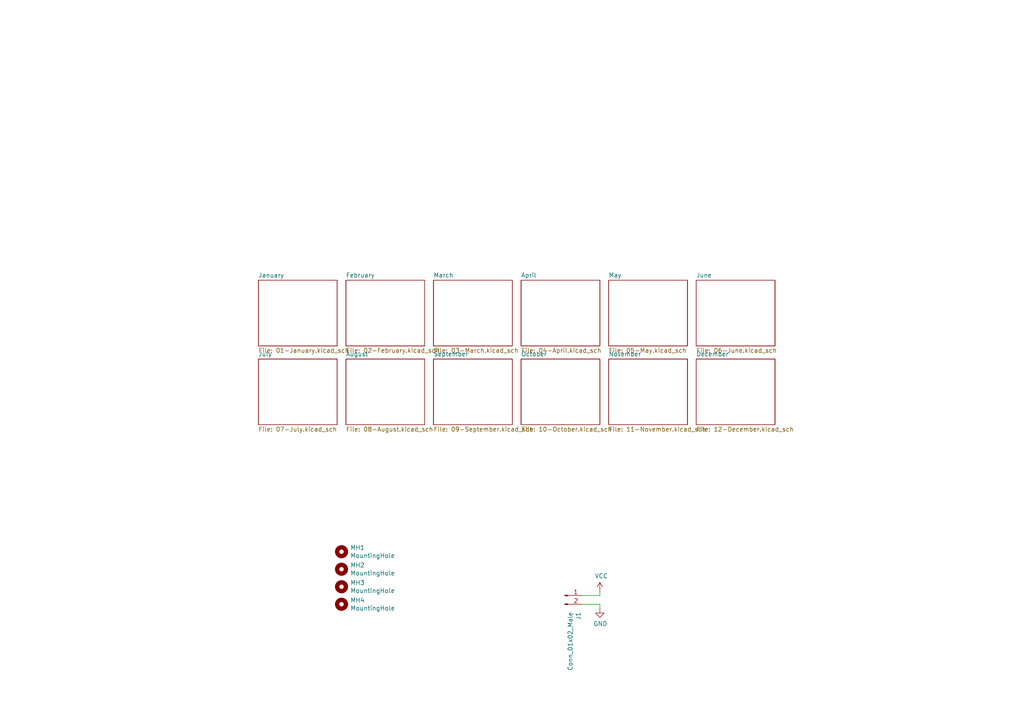
<source format=kicad_sch>
(kicad_sch (version 20231120) (generator "eeschema") (generator_version "8.0")
  (paper "A4")
  (lib_symbols
    (symbol "Mechanical:MountingHole" (pin_names (offset 1.016)) (exclude_from_sim yes) (in_bom no)
      (property "Reference" "H" (at 0 5.08 0))
      (property "Value" "MountingHole" (at 0 3.175 0))
      (symbol "MountingHole_0_1"
        (circle (center 0 0) (radius 1.27) (stroke (width 1.27)))
      )
    )
    (symbol "motivational board-rescue:Conn_01x02_Male-Connector" (pin_names (offset 1.016) hide)
      (property "Reference" "J" (at 0 2.54 0))
      (property "Value" "Connector_Conn_01x02_Male" (at 0 -5.08 0))
      (symbol "Conn_01x02_Male-Connector_1_1"
        (polyline (pts (xy 1.27 -2.54) (xy 0.8636 -2.54)) (stroke (width 0.1524)))
        (polyline (pts (xy 1.27 0) (xy 0.8636 0)) (stroke (width 0.1524)))
        (rectangle (start 0.8636 -2.413) (end 0 -2.667) (stroke (width 0.1524)) (fill (type outline)))
        (rectangle (start 0.8636 0.127) (end 0 -0.127) (stroke (width 0.1524)) (fill (type outline)))
        (pin passive line (at 5.08 0 180) (length 3.81) (name "Pin_1") (number "1"))
        (pin passive line (at 5.08 -2.54 180) (length 3.81) (name "Pin_2") (number "2"))
      )
    )
    (symbol "motivational board-rescue:GND-power" (power) (pin_names (offset 0))
      (property "Value" "power_GND" (at 0 -3.81 0))
      (symbol "GND-power_0_1"
        (polyline (pts (xy 0 0) (xy 0 -1.27) (xy 1.27 -1.27) (xy 0 -2.54) (xy -1.27 -1.27) (xy 0 -1.27)))
      )
      (symbol "GND-power_1_1"
        (pin power_in line (at 0 0 270) (length 0) hide (name "GND") (number "1"))
      )
    )
    (symbol "motivational board-rescue:VCC-power" (power) (pin_names (offset 0))
      (property "Value" "power_VCC" (at 0 3.81 0))
      (symbol "VCC-power_0_1"
        (polyline (pts (xy -0.762 1.27) (xy 0 2.54)))
        (polyline (pts (xy 0 0) (xy 0 2.54)))
        (polyline (pts (xy 0 2.54) (xy 0.762 1.27)))
      )
      (symbol "VCC-power_1_1"
        (pin power_in line (at 0 0 90) (length 0) hide (name "VCC") (number "1"))
      )
    )
  )
  (wire (pts (xy 173.99 175.26) (xy 168.91 175.26)))
  (wire (pts (xy 173.99 171.45) (xy 173.99 172.72)))
  (wire (pts (xy 173.99 172.72) (xy 168.91 172.72)))
  (wire (pts (xy 173.99 176.53) (xy 173.99 175.26)))
  (symbol (lib_id "motivational board-rescue:Conn_01x02_Male-Connector") (at 163.83 172.72 0) (unit 1)
    (property "Reference" "J1" (at 167.7162 177.4698 90) (effects (justify right)))
    (property "Value" "Conn_01x02_Male" (at 165.4048 177.4698 90) (effects (justify right)))
    (property "Footprint" "Connectors_Terminal_Blocks:TerminalBlock_Altech_AK300-2_P5.00mm" (effects (hide yes)))
  )
  (symbol (lib_id "motivational board-rescue:VCC-power") (at 173.99 171.45 0) (unit 1)
    (property "Reference" "#PWR01" (effects (hide yes)))
    (property "Value" "VCC" (at 174.4218 167.0558 0))
  )
  (symbol (lib_id "motivational board-rescue:GND-power") (at 173.99 176.53 0) (unit 1)
    (property "Reference" "#PWR02" (effects (hide yes)))
    (property "Value" "GND" (at 174.117 180.9242 0))
  )
  (symbol (lib_id "Mechanical:MountingHole") (at 99.06 160.02 0) (unit 1)
    (property "Reference" "MH1" (at 101.6 158.8516 0) (effects (justify left)))
    (property "Value" "MountingHole" (at 101.6 161.163 0) (effects (justify left)))
    (property "Footprint" "Mounting_Holes:MountingHole_4.3mm_M4_ISO7380" (effects (hide yes)))
  )
  (symbol (lib_id "Mechanical:MountingHole") (at 99.06 165.1 0) (unit 1)
    (property "Reference" "MH2" (at 101.6 163.9316 0) (effects (justify left)))
    (property "Value" "MountingHole" (at 101.6 166.243 0) (effects (justify left)))
    (property "Footprint" "Mounting_Holes:MountingHole_4.3mm_M4_ISO7380" (effects (hide yes)))
  )
  (symbol (lib_id "Mechanical:MountingHole") (at 99.06 170.18 0) (unit 1)
    (property "Reference" "MH3" (at 101.6 169.0116 0) (effects (justify left)))
    (property "Value" "MountingHole" (at 101.6 171.323 0) (effects (justify left)))
    (property "Footprint" "Mounting_Holes:MountingHole_4.3mm_M4_ISO7380" (effects (hide yes)))
  )
  (symbol (lib_id "Mechanical:MountingHole") (at 99.06 175.26 0) (unit 1)
    (property "Reference" "MH4" (at 101.6 174.0916 0) (effects (justify left)))
    (property "Value" "MountingHole" (at 101.6 176.403 0) (effects (justify left)))
    (property "Footprint" "Mounting_Holes:MountingHole_4.3mm_M4_ISO7380" (effects (hide yes)))
  )
  (sheet (at 74.93 81.28) (size 22.86 19.05)
    (property "Sheetname" "January" (at 74.93 80.5684 0) (effects (justify left bottom)))
    (property "Sheetfile" "01-January.kicad_sch" (at 74.93 100.9146 0) (effects (justify left top)))
  )
  (sheet (at 100.33 81.28) (size 22.86 19.05)
    (property "Sheetname" "February" (at 100.33 80.5684 0) (effects (justify left bottom)))
    (property "Sheetfile" "02-February.kicad_sch" (at 100.33 100.9146 0) (effects (justify left top)))
  )
  (sheet (at 125.73 81.28) (size 22.86 19.05)
    (property "Sheetname" "March" (at 125.73 80.5684 0) (effects (justify left bottom)))
    (property "Sheetfile" "03-March.kicad_sch" (at 125.73 100.9146 0) (effects (justify left top)))
  )
  (sheet (at 151.13 81.28) (size 22.86 19.05)
    (property "Sheetname" "April" (at 151.13 80.5684 0) (effects (justify left bottom)))
    (property "Sheetfile" "04-April.kicad_sch" (at 151.13 100.9146 0) (effects (justify left top)))
  )
  (sheet (at 176.53 81.28) (size 22.86 19.05)
    (property "Sheetname" "May" (at 176.53 80.5684 0) (effects (justify left bottom)))
    (property "Sheetfile" "05-May.kicad_sch" (at 176.53 100.9146 0) (effects (justify left top)))
  )
  (sheet (at 201.93 81.28) (size 22.86 19.05)
    (property "Sheetname" "June" (at 201.93 80.5684 0) (effects (justify left bottom)))
    (property "Sheetfile" "06-June.kicad_sch" (at 201.93 100.9146 0) (effects (justify left top)))
  )
  (sheet (at 74.93 104.14) (size 22.86 19.05)
    (property "Sheetname" "July" (at 74.93 103.4284 0) (effects (justify left bottom)))
    (property "Sheetfile" "07-July.kicad_sch" (at 74.93 123.7746 0) (effects (justify left top)))
  )
  (sheet (at 100.33 104.14) (size 22.86 19.05)
    (property "Sheetname" "August" (at 100.33 103.4284 0) (effects (justify left bottom)))
    (property "Sheetfile" "08-August.kicad_sch" (at 100.33 123.7746 0) (effects (justify left top)))
  )
  (sheet (at 125.73 104.14) (size 22.86 19.05)
    (property "Sheetname" "September" (at 125.73 103.4284 0) (effects (justify left bottom)))
    (property "Sheetfile" "09-September.kicad_sch" (at 125.73 123.7746 0) (effects (justify left top)))
  )
  (sheet (at 151.13 104.14) (size 22.86 19.05)
    (property "Sheetname" "October" (at 151.13 103.4284 0) (effects (justify left bottom)))
    (property "Sheetfile" "10-October.kicad_sch" (at 151.13 123.7746 0) (effects (justify left top)))
  )
  (sheet (at 176.53 104.14) (size 22.86 19.05)
    (property "Sheetname" "November" (at 176.53 103.4284 0) (effects (justify left bottom)))
    (property "Sheetfile" "11-November.kicad_sch" (at 176.53 123.7746 0) (effects (justify left top)))
  )
  (sheet (at 201.93 104.14) (size 22.86 19.05)
    (property "Sheetname" "December" (at 201.93 103.4284 0) (effects (justify left bottom)))
    (property "Sheetfile" "12-December.kicad_sch" (at 201.93 123.7746 0) (effects (justify left top)))
  )
)
</source>
